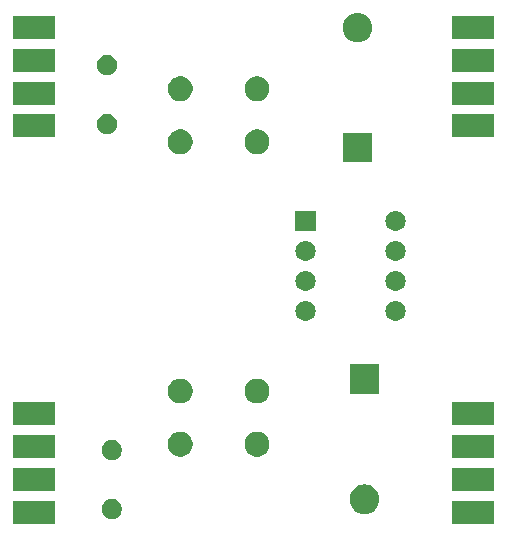
<source format=gbr>
G04 #@! TF.GenerationSoftware,KiCad,Pcbnew,(5.1.2-1)-1*
G04 #@! TF.CreationDate,2019-12-30T17:07:45+01:00*
G04 #@! TF.ProjectId,C64_autofire,4336345f-6175-4746-9f66-6972652e6b69,rev?*
G04 #@! TF.SameCoordinates,Original*
G04 #@! TF.FileFunction,Soldermask,Bot*
G04 #@! TF.FilePolarity,Negative*
%FSLAX46Y46*%
G04 Gerber Fmt 4.6, Leading zero omitted, Abs format (unit mm)*
G04 Created by KiCad (PCBNEW (5.1.2-1)-1) date 2019-12-30 17:07:45*
%MOMM*%
%LPD*%
G04 APERTURE LIST*
%ADD10C,0.100000*%
G04 APERTURE END LIST*
D10*
G36*
X88591000Y-75629333D02*
G01*
X85009000Y-75629333D01*
X85009000Y-73680667D01*
X88591000Y-73680667D01*
X88591000Y-75629333D01*
X88591000Y-75629333D01*
G37*
G36*
X51391000Y-75629333D02*
G01*
X47809000Y-75629333D01*
X47809000Y-73680667D01*
X51391000Y-73680667D01*
X51391000Y-75629333D01*
X51391000Y-75629333D01*
G37*
G36*
X56448228Y-73581703D02*
G01*
X56603100Y-73645853D01*
X56742481Y-73738985D01*
X56861015Y-73857519D01*
X56954147Y-73996900D01*
X57018297Y-74151772D01*
X57051000Y-74316184D01*
X57051000Y-74483816D01*
X57018297Y-74648228D01*
X56954147Y-74803100D01*
X56861015Y-74942481D01*
X56742481Y-75061015D01*
X56603100Y-75154147D01*
X56448228Y-75218297D01*
X56283816Y-75251000D01*
X56116184Y-75251000D01*
X55951772Y-75218297D01*
X55796900Y-75154147D01*
X55657519Y-75061015D01*
X55538985Y-74942481D01*
X55445853Y-74803100D01*
X55381703Y-74648228D01*
X55349000Y-74483816D01*
X55349000Y-74316184D01*
X55381703Y-74151772D01*
X55445853Y-73996900D01*
X55538985Y-73857519D01*
X55657519Y-73738985D01*
X55796900Y-73645853D01*
X55951772Y-73581703D01*
X56116184Y-73549000D01*
X56283816Y-73549000D01*
X56448228Y-73581703D01*
X56448228Y-73581703D01*
G37*
G36*
X77845239Y-72327101D02*
G01*
X78081053Y-72398634D01*
X78298381Y-72514799D01*
X78488871Y-72671129D01*
X78645201Y-72861619D01*
X78761366Y-73078947D01*
X78832899Y-73314761D01*
X78857053Y-73560000D01*
X78832899Y-73805239D01*
X78761366Y-74041053D01*
X78645201Y-74258381D01*
X78488871Y-74448871D01*
X78298381Y-74605201D01*
X78081053Y-74721366D01*
X77845239Y-74792899D01*
X77661457Y-74811000D01*
X77538543Y-74811000D01*
X77354761Y-74792899D01*
X77118947Y-74721366D01*
X76901619Y-74605201D01*
X76711129Y-74448871D01*
X76554799Y-74258381D01*
X76438634Y-74041053D01*
X76367101Y-73805239D01*
X76342947Y-73560000D01*
X76367101Y-73314761D01*
X76438634Y-73078947D01*
X76554799Y-72861619D01*
X76711129Y-72671129D01*
X76901619Y-72514799D01*
X77118947Y-72398634D01*
X77354761Y-72327101D01*
X77538543Y-72309000D01*
X77661457Y-72309000D01*
X77845239Y-72327101D01*
X77845239Y-72327101D01*
G37*
G36*
X51391000Y-72859333D02*
G01*
X47809000Y-72859333D01*
X47809000Y-70910667D01*
X51391000Y-70910667D01*
X51391000Y-72859333D01*
X51391000Y-72859333D01*
G37*
G36*
X88591000Y-72859333D02*
G01*
X85009000Y-72859333D01*
X85009000Y-70910667D01*
X88591000Y-70910667D01*
X88591000Y-72859333D01*
X88591000Y-72859333D01*
G37*
G36*
X56448228Y-68581703D02*
G01*
X56603100Y-68645853D01*
X56742481Y-68738985D01*
X56861015Y-68857519D01*
X56954147Y-68996900D01*
X57018297Y-69151772D01*
X57051000Y-69316184D01*
X57051000Y-69483816D01*
X57018297Y-69648228D01*
X56954147Y-69803100D01*
X56861015Y-69942481D01*
X56742481Y-70061015D01*
X56603100Y-70154147D01*
X56448228Y-70218297D01*
X56283816Y-70251000D01*
X56116184Y-70251000D01*
X55951772Y-70218297D01*
X55796900Y-70154147D01*
X55657519Y-70061015D01*
X55538985Y-69942481D01*
X55445853Y-69803100D01*
X55381703Y-69648228D01*
X55349000Y-69483816D01*
X55349000Y-69316184D01*
X55381703Y-69151772D01*
X55445853Y-68996900D01*
X55538985Y-68857519D01*
X55657519Y-68738985D01*
X55796900Y-68645853D01*
X55951772Y-68581703D01*
X56116184Y-68549000D01*
X56283816Y-68549000D01*
X56448228Y-68581703D01*
X56448228Y-68581703D01*
G37*
G36*
X88591000Y-70089333D02*
G01*
X85009000Y-70089333D01*
X85009000Y-68140667D01*
X88591000Y-68140667D01*
X88591000Y-70089333D01*
X88591000Y-70089333D01*
G37*
G36*
X51391000Y-70089333D02*
G01*
X47809000Y-70089333D01*
X47809000Y-68140667D01*
X51391000Y-68140667D01*
X51391000Y-70089333D01*
X51391000Y-70089333D01*
G37*
G36*
X68806564Y-67889389D02*
G01*
X68997833Y-67968615D01*
X68997835Y-67968616D01*
X69169973Y-68083635D01*
X69316365Y-68230027D01*
X69431385Y-68402167D01*
X69510611Y-68593436D01*
X69551000Y-68796484D01*
X69551000Y-69003516D01*
X69510611Y-69206564D01*
X69431385Y-69397833D01*
X69431384Y-69397835D01*
X69316365Y-69569973D01*
X69169973Y-69716365D01*
X68997835Y-69831384D01*
X68997834Y-69831385D01*
X68997833Y-69831385D01*
X68806564Y-69910611D01*
X68603516Y-69951000D01*
X68396484Y-69951000D01*
X68193436Y-69910611D01*
X68002167Y-69831385D01*
X68002166Y-69831385D01*
X68002165Y-69831384D01*
X67830027Y-69716365D01*
X67683635Y-69569973D01*
X67568616Y-69397835D01*
X67568615Y-69397833D01*
X67489389Y-69206564D01*
X67449000Y-69003516D01*
X67449000Y-68796484D01*
X67489389Y-68593436D01*
X67568615Y-68402167D01*
X67683635Y-68230027D01*
X67830027Y-68083635D01*
X68002165Y-67968616D01*
X68002167Y-67968615D01*
X68193436Y-67889389D01*
X68396484Y-67849000D01*
X68603516Y-67849000D01*
X68806564Y-67889389D01*
X68806564Y-67889389D01*
G37*
G36*
X62306564Y-67889389D02*
G01*
X62497833Y-67968615D01*
X62497835Y-67968616D01*
X62669973Y-68083635D01*
X62816365Y-68230027D01*
X62931385Y-68402167D01*
X63010611Y-68593436D01*
X63051000Y-68796484D01*
X63051000Y-69003516D01*
X63010611Y-69206564D01*
X62931385Y-69397833D01*
X62931384Y-69397835D01*
X62816365Y-69569973D01*
X62669973Y-69716365D01*
X62497835Y-69831384D01*
X62497834Y-69831385D01*
X62497833Y-69831385D01*
X62306564Y-69910611D01*
X62103516Y-69951000D01*
X61896484Y-69951000D01*
X61693436Y-69910611D01*
X61502167Y-69831385D01*
X61502166Y-69831385D01*
X61502165Y-69831384D01*
X61330027Y-69716365D01*
X61183635Y-69569973D01*
X61068616Y-69397835D01*
X61068615Y-69397833D01*
X60989389Y-69206564D01*
X60949000Y-69003516D01*
X60949000Y-68796484D01*
X60989389Y-68593436D01*
X61068615Y-68402167D01*
X61183635Y-68230027D01*
X61330027Y-68083635D01*
X61502165Y-67968616D01*
X61502167Y-67968615D01*
X61693436Y-67889389D01*
X61896484Y-67849000D01*
X62103516Y-67849000D01*
X62306564Y-67889389D01*
X62306564Y-67889389D01*
G37*
G36*
X88591000Y-67319333D02*
G01*
X85009000Y-67319333D01*
X85009000Y-65370667D01*
X88591000Y-65370667D01*
X88591000Y-67319333D01*
X88591000Y-67319333D01*
G37*
G36*
X51391000Y-67319333D02*
G01*
X47809000Y-67319333D01*
X47809000Y-65370667D01*
X51391000Y-65370667D01*
X51391000Y-67319333D01*
X51391000Y-67319333D01*
G37*
G36*
X68806564Y-63389389D02*
G01*
X68997833Y-63468615D01*
X68997835Y-63468616D01*
X69169973Y-63583635D01*
X69316365Y-63730027D01*
X69431385Y-63902167D01*
X69510611Y-64093436D01*
X69551000Y-64296484D01*
X69551000Y-64503516D01*
X69510611Y-64706564D01*
X69431385Y-64897833D01*
X69431384Y-64897835D01*
X69316365Y-65069973D01*
X69169973Y-65216365D01*
X68997835Y-65331384D01*
X68997834Y-65331385D01*
X68997833Y-65331385D01*
X68806564Y-65410611D01*
X68603516Y-65451000D01*
X68396484Y-65451000D01*
X68193436Y-65410611D01*
X68002167Y-65331385D01*
X68002166Y-65331385D01*
X68002165Y-65331384D01*
X67830027Y-65216365D01*
X67683635Y-65069973D01*
X67568616Y-64897835D01*
X67568615Y-64897833D01*
X67489389Y-64706564D01*
X67449000Y-64503516D01*
X67449000Y-64296484D01*
X67489389Y-64093436D01*
X67568615Y-63902167D01*
X67683635Y-63730027D01*
X67830027Y-63583635D01*
X68002165Y-63468616D01*
X68002167Y-63468615D01*
X68193436Y-63389389D01*
X68396484Y-63349000D01*
X68603516Y-63349000D01*
X68806564Y-63389389D01*
X68806564Y-63389389D01*
G37*
G36*
X62306564Y-63389389D02*
G01*
X62497833Y-63468615D01*
X62497835Y-63468616D01*
X62669973Y-63583635D01*
X62816365Y-63730027D01*
X62931385Y-63902167D01*
X63010611Y-64093436D01*
X63051000Y-64296484D01*
X63051000Y-64503516D01*
X63010611Y-64706564D01*
X62931385Y-64897833D01*
X62931384Y-64897835D01*
X62816365Y-65069973D01*
X62669973Y-65216365D01*
X62497835Y-65331384D01*
X62497834Y-65331385D01*
X62497833Y-65331385D01*
X62306564Y-65410611D01*
X62103516Y-65451000D01*
X61896484Y-65451000D01*
X61693436Y-65410611D01*
X61502167Y-65331385D01*
X61502166Y-65331385D01*
X61502165Y-65331384D01*
X61330027Y-65216365D01*
X61183635Y-65069973D01*
X61068616Y-64897835D01*
X61068615Y-64897833D01*
X60989389Y-64706564D01*
X60949000Y-64503516D01*
X60949000Y-64296484D01*
X60989389Y-64093436D01*
X61068615Y-63902167D01*
X61183635Y-63730027D01*
X61330027Y-63583635D01*
X61502165Y-63468616D01*
X61502167Y-63468615D01*
X61693436Y-63389389D01*
X61896484Y-63349000D01*
X62103516Y-63349000D01*
X62306564Y-63389389D01*
X62306564Y-63389389D01*
G37*
G36*
X78851000Y-64651000D02*
G01*
X76349000Y-64651000D01*
X76349000Y-62149000D01*
X78851000Y-62149000D01*
X78851000Y-64651000D01*
X78851000Y-64651000D01*
G37*
G36*
X80386823Y-56781313D02*
G01*
X80547242Y-56829976D01*
X80679906Y-56900886D01*
X80695078Y-56908996D01*
X80824659Y-57015341D01*
X80931004Y-57144922D01*
X80931005Y-57144924D01*
X81010024Y-57292758D01*
X81058687Y-57453177D01*
X81075117Y-57620000D01*
X81058687Y-57786823D01*
X81010024Y-57947242D01*
X80939114Y-58079906D01*
X80931004Y-58095078D01*
X80824659Y-58224659D01*
X80695078Y-58331004D01*
X80695076Y-58331005D01*
X80547242Y-58410024D01*
X80386823Y-58458687D01*
X80261804Y-58471000D01*
X80178196Y-58471000D01*
X80053177Y-58458687D01*
X79892758Y-58410024D01*
X79744924Y-58331005D01*
X79744922Y-58331004D01*
X79615341Y-58224659D01*
X79508996Y-58095078D01*
X79500886Y-58079906D01*
X79429976Y-57947242D01*
X79381313Y-57786823D01*
X79364883Y-57620000D01*
X79381313Y-57453177D01*
X79429976Y-57292758D01*
X79508995Y-57144924D01*
X79508996Y-57144922D01*
X79615341Y-57015341D01*
X79744922Y-56908996D01*
X79760094Y-56900886D01*
X79892758Y-56829976D01*
X80053177Y-56781313D01*
X80178196Y-56769000D01*
X80261804Y-56769000D01*
X80386823Y-56781313D01*
X80386823Y-56781313D01*
G37*
G36*
X72766823Y-56781313D02*
G01*
X72927242Y-56829976D01*
X73059906Y-56900886D01*
X73075078Y-56908996D01*
X73204659Y-57015341D01*
X73311004Y-57144922D01*
X73311005Y-57144924D01*
X73390024Y-57292758D01*
X73438687Y-57453177D01*
X73455117Y-57620000D01*
X73438687Y-57786823D01*
X73390024Y-57947242D01*
X73319114Y-58079906D01*
X73311004Y-58095078D01*
X73204659Y-58224659D01*
X73075078Y-58331004D01*
X73075076Y-58331005D01*
X72927242Y-58410024D01*
X72766823Y-58458687D01*
X72641804Y-58471000D01*
X72558196Y-58471000D01*
X72433177Y-58458687D01*
X72272758Y-58410024D01*
X72124924Y-58331005D01*
X72124922Y-58331004D01*
X71995341Y-58224659D01*
X71888996Y-58095078D01*
X71880886Y-58079906D01*
X71809976Y-57947242D01*
X71761313Y-57786823D01*
X71744883Y-57620000D01*
X71761313Y-57453177D01*
X71809976Y-57292758D01*
X71888995Y-57144924D01*
X71888996Y-57144922D01*
X71995341Y-57015341D01*
X72124922Y-56908996D01*
X72140094Y-56900886D01*
X72272758Y-56829976D01*
X72433177Y-56781313D01*
X72558196Y-56769000D01*
X72641804Y-56769000D01*
X72766823Y-56781313D01*
X72766823Y-56781313D01*
G37*
G36*
X80386823Y-54241313D02*
G01*
X80547242Y-54289976D01*
X80679906Y-54360886D01*
X80695078Y-54368996D01*
X80824659Y-54475341D01*
X80931004Y-54604922D01*
X80931005Y-54604924D01*
X81010024Y-54752758D01*
X81058687Y-54913177D01*
X81075117Y-55080000D01*
X81058687Y-55246823D01*
X81010024Y-55407242D01*
X80939114Y-55539906D01*
X80931004Y-55555078D01*
X80824659Y-55684659D01*
X80695078Y-55791004D01*
X80695076Y-55791005D01*
X80547242Y-55870024D01*
X80386823Y-55918687D01*
X80261804Y-55931000D01*
X80178196Y-55931000D01*
X80053177Y-55918687D01*
X79892758Y-55870024D01*
X79744924Y-55791005D01*
X79744922Y-55791004D01*
X79615341Y-55684659D01*
X79508996Y-55555078D01*
X79500886Y-55539906D01*
X79429976Y-55407242D01*
X79381313Y-55246823D01*
X79364883Y-55080000D01*
X79381313Y-54913177D01*
X79429976Y-54752758D01*
X79508995Y-54604924D01*
X79508996Y-54604922D01*
X79615341Y-54475341D01*
X79744922Y-54368996D01*
X79760094Y-54360886D01*
X79892758Y-54289976D01*
X80053177Y-54241313D01*
X80178196Y-54229000D01*
X80261804Y-54229000D01*
X80386823Y-54241313D01*
X80386823Y-54241313D01*
G37*
G36*
X72766823Y-54241313D02*
G01*
X72927242Y-54289976D01*
X73059906Y-54360886D01*
X73075078Y-54368996D01*
X73204659Y-54475341D01*
X73311004Y-54604922D01*
X73311005Y-54604924D01*
X73390024Y-54752758D01*
X73438687Y-54913177D01*
X73455117Y-55080000D01*
X73438687Y-55246823D01*
X73390024Y-55407242D01*
X73319114Y-55539906D01*
X73311004Y-55555078D01*
X73204659Y-55684659D01*
X73075078Y-55791004D01*
X73075076Y-55791005D01*
X72927242Y-55870024D01*
X72766823Y-55918687D01*
X72641804Y-55931000D01*
X72558196Y-55931000D01*
X72433177Y-55918687D01*
X72272758Y-55870024D01*
X72124924Y-55791005D01*
X72124922Y-55791004D01*
X71995341Y-55684659D01*
X71888996Y-55555078D01*
X71880886Y-55539906D01*
X71809976Y-55407242D01*
X71761313Y-55246823D01*
X71744883Y-55080000D01*
X71761313Y-54913177D01*
X71809976Y-54752758D01*
X71888995Y-54604924D01*
X71888996Y-54604922D01*
X71995341Y-54475341D01*
X72124922Y-54368996D01*
X72140094Y-54360886D01*
X72272758Y-54289976D01*
X72433177Y-54241313D01*
X72558196Y-54229000D01*
X72641804Y-54229000D01*
X72766823Y-54241313D01*
X72766823Y-54241313D01*
G37*
G36*
X72766823Y-51701313D02*
G01*
X72927242Y-51749976D01*
X73059906Y-51820886D01*
X73075078Y-51828996D01*
X73204659Y-51935341D01*
X73311004Y-52064922D01*
X73311005Y-52064924D01*
X73390024Y-52212758D01*
X73438687Y-52373177D01*
X73455117Y-52540000D01*
X73438687Y-52706823D01*
X73390024Y-52867242D01*
X73319114Y-52999906D01*
X73311004Y-53015078D01*
X73204659Y-53144659D01*
X73075078Y-53251004D01*
X73075076Y-53251005D01*
X72927242Y-53330024D01*
X72766823Y-53378687D01*
X72641804Y-53391000D01*
X72558196Y-53391000D01*
X72433177Y-53378687D01*
X72272758Y-53330024D01*
X72124924Y-53251005D01*
X72124922Y-53251004D01*
X71995341Y-53144659D01*
X71888996Y-53015078D01*
X71880886Y-52999906D01*
X71809976Y-52867242D01*
X71761313Y-52706823D01*
X71744883Y-52540000D01*
X71761313Y-52373177D01*
X71809976Y-52212758D01*
X71888995Y-52064924D01*
X71888996Y-52064922D01*
X71995341Y-51935341D01*
X72124922Y-51828996D01*
X72140094Y-51820886D01*
X72272758Y-51749976D01*
X72433177Y-51701313D01*
X72558196Y-51689000D01*
X72641804Y-51689000D01*
X72766823Y-51701313D01*
X72766823Y-51701313D01*
G37*
G36*
X80386823Y-51701313D02*
G01*
X80547242Y-51749976D01*
X80679906Y-51820886D01*
X80695078Y-51828996D01*
X80824659Y-51935341D01*
X80931004Y-52064922D01*
X80931005Y-52064924D01*
X81010024Y-52212758D01*
X81058687Y-52373177D01*
X81075117Y-52540000D01*
X81058687Y-52706823D01*
X81010024Y-52867242D01*
X80939114Y-52999906D01*
X80931004Y-53015078D01*
X80824659Y-53144659D01*
X80695078Y-53251004D01*
X80695076Y-53251005D01*
X80547242Y-53330024D01*
X80386823Y-53378687D01*
X80261804Y-53391000D01*
X80178196Y-53391000D01*
X80053177Y-53378687D01*
X79892758Y-53330024D01*
X79744924Y-53251005D01*
X79744922Y-53251004D01*
X79615341Y-53144659D01*
X79508996Y-53015078D01*
X79500886Y-52999906D01*
X79429976Y-52867242D01*
X79381313Y-52706823D01*
X79364883Y-52540000D01*
X79381313Y-52373177D01*
X79429976Y-52212758D01*
X79508995Y-52064924D01*
X79508996Y-52064922D01*
X79615341Y-51935341D01*
X79744922Y-51828996D01*
X79760094Y-51820886D01*
X79892758Y-51749976D01*
X80053177Y-51701313D01*
X80178196Y-51689000D01*
X80261804Y-51689000D01*
X80386823Y-51701313D01*
X80386823Y-51701313D01*
G37*
G36*
X80386823Y-49161313D02*
G01*
X80547242Y-49209976D01*
X80679906Y-49280886D01*
X80695078Y-49288996D01*
X80824659Y-49395341D01*
X80931004Y-49524922D01*
X80931005Y-49524924D01*
X81010024Y-49672758D01*
X81058687Y-49833177D01*
X81075117Y-50000000D01*
X81058687Y-50166823D01*
X81010024Y-50327242D01*
X80939114Y-50459906D01*
X80931004Y-50475078D01*
X80824659Y-50604659D01*
X80695078Y-50711004D01*
X80695076Y-50711005D01*
X80547242Y-50790024D01*
X80386823Y-50838687D01*
X80261804Y-50851000D01*
X80178196Y-50851000D01*
X80053177Y-50838687D01*
X79892758Y-50790024D01*
X79744924Y-50711005D01*
X79744922Y-50711004D01*
X79615341Y-50604659D01*
X79508996Y-50475078D01*
X79500886Y-50459906D01*
X79429976Y-50327242D01*
X79381313Y-50166823D01*
X79364883Y-50000000D01*
X79381313Y-49833177D01*
X79429976Y-49672758D01*
X79508995Y-49524924D01*
X79508996Y-49524922D01*
X79615341Y-49395341D01*
X79744922Y-49288996D01*
X79760094Y-49280886D01*
X79892758Y-49209976D01*
X80053177Y-49161313D01*
X80178196Y-49149000D01*
X80261804Y-49149000D01*
X80386823Y-49161313D01*
X80386823Y-49161313D01*
G37*
G36*
X73451000Y-50851000D02*
G01*
X71749000Y-50851000D01*
X71749000Y-49149000D01*
X73451000Y-49149000D01*
X73451000Y-50851000D01*
X73451000Y-50851000D01*
G37*
G36*
X78251000Y-45051000D02*
G01*
X75749000Y-45051000D01*
X75749000Y-42549000D01*
X78251000Y-42549000D01*
X78251000Y-45051000D01*
X78251000Y-45051000D01*
G37*
G36*
X68806564Y-42289389D02*
G01*
X68997833Y-42368615D01*
X68997835Y-42368616D01*
X69136120Y-42461015D01*
X69169973Y-42483635D01*
X69316365Y-42630027D01*
X69431385Y-42802167D01*
X69510611Y-42993436D01*
X69551000Y-43196484D01*
X69551000Y-43403516D01*
X69510611Y-43606564D01*
X69431385Y-43797833D01*
X69431384Y-43797835D01*
X69316365Y-43969973D01*
X69169973Y-44116365D01*
X68997835Y-44231384D01*
X68997834Y-44231385D01*
X68997833Y-44231385D01*
X68806564Y-44310611D01*
X68603516Y-44351000D01*
X68396484Y-44351000D01*
X68193436Y-44310611D01*
X68002167Y-44231385D01*
X68002166Y-44231385D01*
X68002165Y-44231384D01*
X67830027Y-44116365D01*
X67683635Y-43969973D01*
X67568616Y-43797835D01*
X67568615Y-43797833D01*
X67489389Y-43606564D01*
X67449000Y-43403516D01*
X67449000Y-43196484D01*
X67489389Y-42993436D01*
X67568615Y-42802167D01*
X67683635Y-42630027D01*
X67830027Y-42483635D01*
X67863880Y-42461015D01*
X68002165Y-42368616D01*
X68002167Y-42368615D01*
X68193436Y-42289389D01*
X68396484Y-42249000D01*
X68603516Y-42249000D01*
X68806564Y-42289389D01*
X68806564Y-42289389D01*
G37*
G36*
X62306564Y-42289389D02*
G01*
X62497833Y-42368615D01*
X62497835Y-42368616D01*
X62636120Y-42461015D01*
X62669973Y-42483635D01*
X62816365Y-42630027D01*
X62931385Y-42802167D01*
X63010611Y-42993436D01*
X63051000Y-43196484D01*
X63051000Y-43403516D01*
X63010611Y-43606564D01*
X62931385Y-43797833D01*
X62931384Y-43797835D01*
X62816365Y-43969973D01*
X62669973Y-44116365D01*
X62497835Y-44231384D01*
X62497834Y-44231385D01*
X62497833Y-44231385D01*
X62306564Y-44310611D01*
X62103516Y-44351000D01*
X61896484Y-44351000D01*
X61693436Y-44310611D01*
X61502167Y-44231385D01*
X61502166Y-44231385D01*
X61502165Y-44231384D01*
X61330027Y-44116365D01*
X61183635Y-43969973D01*
X61068616Y-43797835D01*
X61068615Y-43797833D01*
X60989389Y-43606564D01*
X60949000Y-43403516D01*
X60949000Y-43196484D01*
X60989389Y-42993436D01*
X61068615Y-42802167D01*
X61183635Y-42630027D01*
X61330027Y-42483635D01*
X61363880Y-42461015D01*
X61502165Y-42368616D01*
X61502167Y-42368615D01*
X61693436Y-42289389D01*
X61896484Y-42249000D01*
X62103516Y-42249000D01*
X62306564Y-42289389D01*
X62306564Y-42289389D01*
G37*
G36*
X51391000Y-42929333D02*
G01*
X47809000Y-42929333D01*
X47809000Y-40980667D01*
X51391000Y-40980667D01*
X51391000Y-42929333D01*
X51391000Y-42929333D01*
G37*
G36*
X88591000Y-42929333D02*
G01*
X85009000Y-42929333D01*
X85009000Y-40980667D01*
X88591000Y-40980667D01*
X88591000Y-42929333D01*
X88591000Y-42929333D01*
G37*
G36*
X56048228Y-40981703D02*
G01*
X56203100Y-41045853D01*
X56342481Y-41138985D01*
X56461015Y-41257519D01*
X56554147Y-41396900D01*
X56618297Y-41551772D01*
X56651000Y-41716184D01*
X56651000Y-41883816D01*
X56618297Y-42048228D01*
X56554147Y-42203100D01*
X56461015Y-42342481D01*
X56342481Y-42461015D01*
X56203100Y-42554147D01*
X56048228Y-42618297D01*
X55883816Y-42651000D01*
X55716184Y-42651000D01*
X55551772Y-42618297D01*
X55396900Y-42554147D01*
X55257519Y-42461015D01*
X55138985Y-42342481D01*
X55045853Y-42203100D01*
X54981703Y-42048228D01*
X54949000Y-41883816D01*
X54949000Y-41716184D01*
X54981703Y-41551772D01*
X55045853Y-41396900D01*
X55138985Y-41257519D01*
X55257519Y-41138985D01*
X55396900Y-41045853D01*
X55551772Y-40981703D01*
X55716184Y-40949000D01*
X55883816Y-40949000D01*
X56048228Y-40981703D01*
X56048228Y-40981703D01*
G37*
G36*
X88591000Y-40159333D02*
G01*
X85009000Y-40159333D01*
X85009000Y-38210667D01*
X88591000Y-38210667D01*
X88591000Y-40159333D01*
X88591000Y-40159333D01*
G37*
G36*
X51391000Y-40159333D02*
G01*
X47809000Y-40159333D01*
X47809000Y-38210667D01*
X51391000Y-38210667D01*
X51391000Y-40159333D01*
X51391000Y-40159333D01*
G37*
G36*
X68806564Y-37789389D02*
G01*
X68997833Y-37868615D01*
X68997835Y-37868616D01*
X69169973Y-37983635D01*
X69316365Y-38130027D01*
X69431385Y-38302167D01*
X69510611Y-38493436D01*
X69551000Y-38696484D01*
X69551000Y-38903516D01*
X69510611Y-39106564D01*
X69431385Y-39297833D01*
X69431384Y-39297835D01*
X69316365Y-39469973D01*
X69169973Y-39616365D01*
X68997835Y-39731384D01*
X68997834Y-39731385D01*
X68997833Y-39731385D01*
X68806564Y-39810611D01*
X68603516Y-39851000D01*
X68396484Y-39851000D01*
X68193436Y-39810611D01*
X68002167Y-39731385D01*
X68002166Y-39731385D01*
X68002165Y-39731384D01*
X67830027Y-39616365D01*
X67683635Y-39469973D01*
X67568616Y-39297835D01*
X67568615Y-39297833D01*
X67489389Y-39106564D01*
X67449000Y-38903516D01*
X67449000Y-38696484D01*
X67489389Y-38493436D01*
X67568615Y-38302167D01*
X67683635Y-38130027D01*
X67830027Y-37983635D01*
X68002165Y-37868616D01*
X68002167Y-37868615D01*
X68193436Y-37789389D01*
X68396484Y-37749000D01*
X68603516Y-37749000D01*
X68806564Y-37789389D01*
X68806564Y-37789389D01*
G37*
G36*
X62306564Y-37789389D02*
G01*
X62497833Y-37868615D01*
X62497835Y-37868616D01*
X62669973Y-37983635D01*
X62816365Y-38130027D01*
X62931385Y-38302167D01*
X63010611Y-38493436D01*
X63051000Y-38696484D01*
X63051000Y-38903516D01*
X63010611Y-39106564D01*
X62931385Y-39297833D01*
X62931384Y-39297835D01*
X62816365Y-39469973D01*
X62669973Y-39616365D01*
X62497835Y-39731384D01*
X62497834Y-39731385D01*
X62497833Y-39731385D01*
X62306564Y-39810611D01*
X62103516Y-39851000D01*
X61896484Y-39851000D01*
X61693436Y-39810611D01*
X61502167Y-39731385D01*
X61502166Y-39731385D01*
X61502165Y-39731384D01*
X61330027Y-39616365D01*
X61183635Y-39469973D01*
X61068616Y-39297835D01*
X61068615Y-39297833D01*
X60989389Y-39106564D01*
X60949000Y-38903516D01*
X60949000Y-38696484D01*
X60989389Y-38493436D01*
X61068615Y-38302167D01*
X61183635Y-38130027D01*
X61330027Y-37983635D01*
X61502165Y-37868616D01*
X61502167Y-37868615D01*
X61693436Y-37789389D01*
X61896484Y-37749000D01*
X62103516Y-37749000D01*
X62306564Y-37789389D01*
X62306564Y-37789389D01*
G37*
G36*
X56048228Y-35981703D02*
G01*
X56203100Y-36045853D01*
X56342481Y-36138985D01*
X56461015Y-36257519D01*
X56554147Y-36396900D01*
X56618297Y-36551772D01*
X56651000Y-36716184D01*
X56651000Y-36883816D01*
X56618297Y-37048228D01*
X56554147Y-37203100D01*
X56461015Y-37342481D01*
X56342481Y-37461015D01*
X56203100Y-37554147D01*
X56048228Y-37618297D01*
X55883816Y-37651000D01*
X55716184Y-37651000D01*
X55551772Y-37618297D01*
X55396900Y-37554147D01*
X55257519Y-37461015D01*
X55138985Y-37342481D01*
X55045853Y-37203100D01*
X54981703Y-37048228D01*
X54949000Y-36883816D01*
X54949000Y-36716184D01*
X54981703Y-36551772D01*
X55045853Y-36396900D01*
X55138985Y-36257519D01*
X55257519Y-36138985D01*
X55396900Y-36045853D01*
X55551772Y-35981703D01*
X55716184Y-35949000D01*
X55883816Y-35949000D01*
X56048228Y-35981703D01*
X56048228Y-35981703D01*
G37*
G36*
X88591000Y-37389333D02*
G01*
X85009000Y-37389333D01*
X85009000Y-35440667D01*
X88591000Y-35440667D01*
X88591000Y-37389333D01*
X88591000Y-37389333D01*
G37*
G36*
X51391000Y-37389333D02*
G01*
X47809000Y-37389333D01*
X47809000Y-35440667D01*
X51391000Y-35440667D01*
X51391000Y-37389333D01*
X51391000Y-37389333D01*
G37*
G36*
X77245239Y-32407101D02*
G01*
X77481053Y-32478634D01*
X77698381Y-32594799D01*
X77888871Y-32751129D01*
X78045201Y-32941619D01*
X78161366Y-33158947D01*
X78232899Y-33394761D01*
X78257053Y-33640000D01*
X78232899Y-33885239D01*
X78161366Y-34121053D01*
X78045201Y-34338381D01*
X77888871Y-34528871D01*
X77698381Y-34685201D01*
X77481053Y-34801366D01*
X77245239Y-34872899D01*
X77061457Y-34891000D01*
X76938543Y-34891000D01*
X76754761Y-34872899D01*
X76518947Y-34801366D01*
X76301619Y-34685201D01*
X76111129Y-34528871D01*
X75954799Y-34338381D01*
X75838634Y-34121053D01*
X75767101Y-33885239D01*
X75742947Y-33640000D01*
X75767101Y-33394761D01*
X75838634Y-33158947D01*
X75954799Y-32941619D01*
X76111129Y-32751129D01*
X76301619Y-32594799D01*
X76518947Y-32478634D01*
X76754761Y-32407101D01*
X76938543Y-32389000D01*
X77061457Y-32389000D01*
X77245239Y-32407101D01*
X77245239Y-32407101D01*
G37*
G36*
X88591000Y-34619333D02*
G01*
X85009000Y-34619333D01*
X85009000Y-32670667D01*
X88591000Y-32670667D01*
X88591000Y-34619333D01*
X88591000Y-34619333D01*
G37*
G36*
X51391000Y-34619333D02*
G01*
X47809000Y-34619333D01*
X47809000Y-32670667D01*
X51391000Y-32670667D01*
X51391000Y-34619333D01*
X51391000Y-34619333D01*
G37*
M02*

</source>
